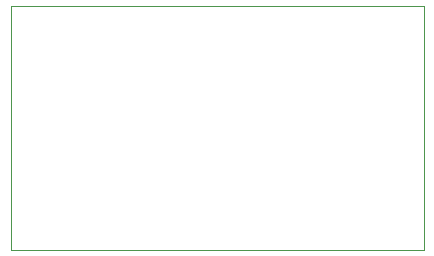
<source format=gbr>
%TF.GenerationSoftware,KiCad,Pcbnew,5.1.8-db9833491~87~ubuntu20.04.1*%
%TF.CreationDate,2020-11-23T17:04:18+01:00*%
%TF.ProjectId,rosalyn-rx,726f7361-6c79-46e2-9d72-782e6b696361,v1.0*%
%TF.SameCoordinates,Original*%
%TF.FileFunction,Profile,NP*%
%FSLAX46Y46*%
G04 Gerber Fmt 4.6, Leading zero omitted, Abs format (unit mm)*
G04 Created by KiCad (PCBNEW 5.1.8-db9833491~87~ubuntu20.04.1) date 2020-11-23 17:04:18*
%MOMM*%
%LPD*%
G01*
G04 APERTURE LIST*
%TA.AperFunction,Profile*%
%ADD10C,0.050000*%
%TD*%
G04 APERTURE END LIST*
D10*
X119000000Y-110300000D02*
X119000000Y-89700000D01*
X119000000Y-110300000D02*
X154000000Y-110300000D01*
X154000000Y-89700000D02*
X154000000Y-110300000D01*
X119000000Y-89700000D02*
X154000000Y-89700000D01*
M02*

</source>
